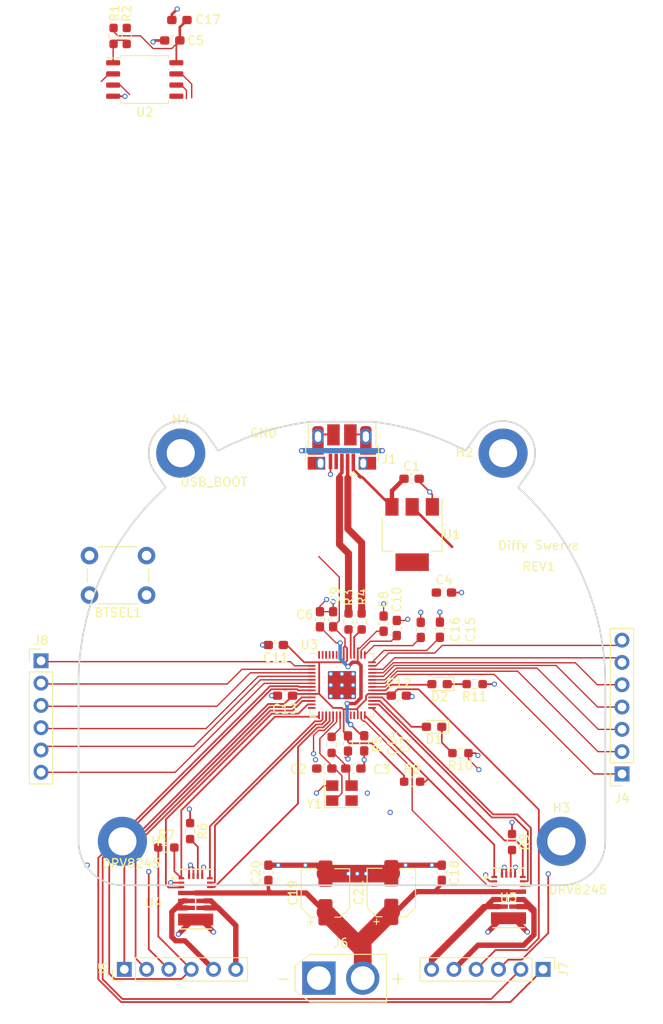
<source format=kicad_pcb>
(kicad_pcb (version 20241229) (generator "pcbnew") (generator_version "9.0")
  (title_block (title "RP2040 Minimal Design Example") (date "2024-01-16") (rev "REV2") (company "Raspberry Pi Ltd"))
  (layers (0 "F.Cu" signal) (2 "B.Cu" signal) (13 "F.Paste" user) (15 "B.Paste" user) (5 "F.SilkS" user "F.Silkscreen") (7 "B.SilkS" user "B.Silkscreen") (1 "F.Mask" user) (3 "B.Mask" user) (25 "Edge.Cuts" user))
  (net 0 "")
  (net 1 "GND")
  (net 2 "VBUS")
  (net 3 "/XIN")
  (net 4 "/XOUT")
  (net 5 "+3V3")
  (net 6 "+1V1")
  (net 8 "/~{USB_BOOT}")
  (net 9 "/GPIO15")
  (net 10 "/GPIO14")
  (net 11 "/GPIO13")
  (net 12 "/GPIO12")
  (net 13 "/GPIO11")
  (net 14 "/GPIO10")
  (net 15 "/GPIO9")
  (net 16 "/GPIO8")
  (net 17 "/GPIO7")
  (net 18 "/GPIO6")
  (net 19 "/GPIO5")
  (net 20 "/GPIO4")
  (net 21 "/GPIO3")
  (net 22 "/GPIO2")
  (net 23 "/GPIO1")
  (net 24 "/GPIO0")
  (net 25 "/GPIO29_ADC3")
  (net 26 "/GPIO28_ADC2")
  (net 27 "/GPIO27_ADC1")
  (net 28 "/GPIO26_ADC0")
  (net 29 "/GPIO25")
  (net 30 "/GPIO24")
  (net 31 "/GPIO23")
  (net 32 "/GPIO22")
  (net 33 "/GPIO21")
  (net 34 "/GPIO20")
  (net 35 "/GPIO19")
  (net 36 "/GPIO18")
  (net 37 "VM")
  (net 38 "/GPIO16")
  (net 39 "/SWD")
  (net 40 "/SWCLK")
  (net 41 "/QSPI_SS")
  (net 42 "Net-(U3-USB_DP)")
  (net 43 "Net-(U3-USB_DM)")
  (net 44 "/QSPI_SD3")
  (net 45 "/QSPI_SCLK")
  (net 46 "/QSPI_SD0")
  (net 47 "/QSPI_SD2")
  (net 48 "/QSPI_SD1")
  (net 49 "/USB_D+")
  (net 50 "/USB_D-")
  (net 51 "Net-(C3-Pad1)")
  (net 52 "Net-(D1-K)")
  (net 53 "Net-(D2-K)")
  (net 54 "Net-(J5-Pin_5)")
  (net 55 "Net-(J5-Pin_6)")
  (net 56 "Net-(J7-Pin_6)")
  (net 57 "Net-(J7-Pin_5)")
  (net 58 "Net-(U4-SR)")
  (net 59 "Net-(U5-SR)")
  (net 60 "/GPIO17")
  (footprint "Capacitor_SMD:C_0603_1608Metric_Pad1.08x0.95mm_HandSolder" (layer "F.Cu") (at 111.62 89.46)
    (property "Reference" "C4")
    (property "Value" "10u")
  )
  (footprint "RP2040_minimal:USB_Micro-B_Amphenol_10103594-0001LF_Horizontal_modified" (layer "F.Cu") (at 100 71.7 180)
    (property "Reference" "J1")
    (property "Value" "USB_B_Micro")
  )
  (footprint "Capacitor_SMD:C_0603_1608Metric_Pad1.08x0.95mm_HandSolder" (layer "F.Cu") (at 106.25 93.5 90)
    (property "Reference" "C10")
    (property "Value" "1u")
  )
  (footprint "Capacitor_SMD:C_0603_1608Metric_Pad1.08x0.95mm_HandSolder" (layer "F.Cu") (at 104.75 93 90)
    (property "Reference" "C8")
    (property "Value" "1u")
  )
  (footprint "Capacitor_SMD:C_0603_1608Metric_Pad1.08x0.95mm_HandSolder" (layer "F.Cu") (at 93.515 101.2 180)
    (property "Reference" "C13")
    (property "Value" "100n")
  )
  (footprint "Capacitor_SMD:C_0603_1608Metric_Pad1.08x0.95mm_HandSolder" (layer "F.Cu") (at 80.677463 26.58 180)
    (property "Reference" "C5")
    (property "Value" "100n")
  )
  (footprint "Resistor_SMD:R_0603_1608Metric_Pad0.98x0.95mm_HandSolder" (layer "F.Cu") (at 73.992463 26.065 -90)
    (property "Reference" "R2")
    (property "Value" "DNF")
  )
  (footprint "Package_TO_SOT_SMD:SOT-223-3_TabPin2" (layer "F.Cu") (at 108 82.85 -90)
    (property "Reference" "U1")
    (property "Value" "NCP1117-3.3_SOT223")
  )
  (footprint "Package_SO:SOIC-8_5.23x5.23mm_P1.27mm" (layer "F.Cu") (at 77.542463 31.025)
    (property "Reference" "U2")
    (property "Value" "W25Q128JVS")
  )
  (footprint "Resistor_SMD:R_0603_1608Metric_Pad0.98x0.95mm_HandSolder" (layer "F.Cu") (at 75.492463 26.065 90)
    (property "Reference" "R1")
    (property "Value" "1k")
  )
  (footprint "Capacitor_SMD:C_0603_1608Metric_Pad1.08x0.95mm_HandSolder" (layer "F.Cu") (at 99 92.5 90)
    (property "Reference" "C9")
    (property "Value" "100n")
  )
  (footprint "Capacitor_SMD:C_0603_1608Metric_Pad1.08x0.95mm_HandSolder" (layer "F.Cu") (at 106.485 101.2)
    (property "Reference" "C12")
    (property "Value" "100n")
  )
  (footprint "Capacitor_SMD:C_0603_1608Metric_Pad1.08x0.95mm_HandSolder" (layer "F.Cu") (at 100.69 106.65 -90)
    (property "Reference" "C14")
    (property "Value" "100n")
  )
  (footprint "Resistor_SMD:R_0603_1608Metric_Pad0.98x0.95mm_HandSolder" (layer "F.Cu") (at 100.75 92.75 -90)
    (property "Reference" "R3")
    (property "Value" "27")
  )
  (footprint "Capacitor_SMD:C_0603_1608Metric_Pad1.08x0.95mm_HandSolder" (layer "F.Cu") (at 102.54 106.63 -90)
    (property "Reference" "C7")
    (property "Value" "100n")
  )
  (footprint "Capacitor_SMD:C_0603_1608Metric_Pad1.08x0.95mm_HandSolder" (layer "F.Cu") (at 107.9375 76.5)
    (property "Reference" "C1")
    (property "Value" "10u")
  )
  (footprint "Capacitor_SMD:C_0603_1608Metric_Pad1.08x0.95mm_HandSolder" (layer "F.Cu") (at 92.47 95.43 180)
    (property "Reference" "C11")
    (property "Value" "100n")
  )
  (footprint "Capacitor_SMD:C_0603_1608Metric_Pad1.08x0.95mm_HandSolder" (layer "F.Cu") (at 108.98 93.71 90)
    (property "Reference" "C16")
    (property "Value" "100n")
  )
  (footprint "RP2040_minimal:RP2040-QFN-56" (layer "F.Cu") (at 100 100)
    (property "Reference" "U3")
    (property "Value" "RP2040")
  )
  (footprint "MountingHole:MountingHole_3.2mm_M3_DIN965_Pad_TopBottom" (layer "F.Cu") (at 118.354398 73.582304)
    (property "Reference" "H2")
    (property "Value" "MountingHole")
  )
  (footprint "Resistor_SMD:R_0603_1608Metric_Pad0.98x0.95mm_HandSolder" (layer "F.Cu") (at 102.25 92.75 -90)
    (property "Reference" "R4")
    (property "Value" "27")
  )
  (footprint "MountingHole:MountingHole_3.2mm_M3_DIN965_Pad_TopBottom" (layer "F.Cu") (at 124.999988 117.795134)
    (property "Reference" "H3")
    (property "Value" "MountingHole")
  )
  (footprint "Capacitor_SMD:C_0603_1608Metric_Pad1.08x0.95mm_HandSolder" (layer "F.Cu") (at 97.5 92.5 90)
    (property "Reference" "C6")
    (property "Value" "100n")
  )
  (footprint "Capacitor_SMD:C_0603_1608Metric_Pad1.08x0.95mm_HandSolder" (layer "F.Cu") (at 111.16 93.69 90)
    (property "Reference" "C15")
    (property "Value" "100n")
  )
  (footprint "MountingHole:MountingHole_3.2mm_M3_DIN965_Pad_TopBottom" (layer "F.Cu") (at 74.999988 117.795134)
    (property "Reference" "H1")
    (property "Value" "MountingHole")
  )
  (footprint "MountingHole:MountingHole_3.2mm_M3_DIN965_Pad_TopBottom" (layer "F.Cu") (at 81.645618 73.582274)
    (property "Reference" "H4")
    (property "Value" "MountingHole")
  )
  (footprint "Capacitor_SMD:C_0603_1608Metric_Pad1.08x0.95mm_HandSolder" (layer "F.Cu") (at 81.492463 24.25 180)
    (property "Reference" "C17")
    (property "Value" "10u")
  )
  (footprint "Capacitor_SMD:C_0603_1608Metric_Pad1.08x0.95mm_HandSolder" (layer "F.Cu") (at 111.375 121.375 -90)
    (property "Reference" "C18")
    (property "Value" "0.1u")
  )
  (footprint "Connector_PinHeader_2.54mm:PinHeader_1x06_P2.54mm_Vertical" (layer "F.Cu") (at 75.215 132.375 90)
    (property "Reference" "J5")
    (property "Value" "Conn_01x06_Pin")
  )
  (footprint "Button_Switch_THT:SW_PUSH_6mm" (layer "F.Cu") (at 77.75 89.75 180)
    (property "Reference" "BTSEL1")
    (property "Value" "SW_Push")
  )
  (footprint "Capacitor_SMD:C_0603_1608Metric_Pad1.08x0.95mm_HandSolder" (layer "F.Cu") (at 98 109.5 180)
    (property "Reference" "C2")
    (property "Value" "15p")
  )
  (footprint "LED_SMD:LED_0603_1608Metric_Pad1.05x0.95mm_HandSolder" (layer "F.Cu") (at 110.5 104.75 180)
    (property "Reference" "D1")
    (property "Value" "LED")
  )
  (footprint "Capacitor_SMD:CP_Elec_5x5.4" (layer "F.Cu") (at 98.125 123.675 90)
    (property "Reference" "C19")
    (property "Value" "10u")
  )
  (footprint "Resistor_SMD:R_0603_1608Metric_Pad0.98x0.95mm_HandSolder" (layer "F.Cu") (at 80 118.5)
    (property "Reference" "R7")
    (property "Value" "2k")
  )
  (footprint "Capacitor_SMD:C_0603_1608Metric_Pad1.08x0.95mm_HandSolder" (layer "F.Cu") (at 101.3 109.5)
    (property "Reference" "C3")
    (property "Value" "15p")
  )
  (footprint "Resistor_SMD:R_0603_1608Metric_Pad0.98x0.95mm_HandSolder" (layer "F.Cu") (at 119.375 117.875 -90)
    (property "Reference" "R9")
    (property "Value" "R")
  )
  (footprint "Crystal:Crystal_SMD_3225-4Pin_3.2x2.5mm" (layer "F.Cu") (at 100 112.3)
    (property "Reference" "Y1")
    (property "Value" "ABM8-272-T3")
  )
  (footprint "Capacitor_SMD:CP_Elec_5x5.4" (layer "F.Cu") (at 105.625 123.625 90)
    (property "Reference" "C21")
    (property "Value" "10u")
  )
  (footprint "Connector_PinHeader_2.54mm:PinHeader_1x06_P2.54mm_Vertical" (layer "F.Cu") (at 65.73 97.23)
    (property "Reference" "J8")
    (property "Value" "Conn_01x06")
  )
  (footprint "Resistor_SMD:R_0603_1608Metric_Pad0.98x0.95mm_HandSolder" (layer "F.Cu") (at 113.5 107.75 180)
    (property "Reference" "R10")
    (property "Value" "430")
  )
  (footprint "Capacitor_SMD:C_0603_1608Metric_Pad1.08x0.95mm_HandSolder" (layer "F.Cu") (at 91.625 121.375 -90)
    (property "Reference" "C20")
    (property "Value" "0.1u")
  )
  (footprint "Resistor_SMD:R_0603_1608Metric_Pad0.98x0.95mm_HandSolder" (layer "F.Cu") (at 82.7125 116.625 -90)
    (property "Reference" "R6")
    (property "Value" "R")
  )
  (footprint "Resistor_SMD:R_0603_1608Metric_Pad0.98x0.95mm_HandSolder" (layer "F.Cu") (at 115.12 99.89 180)
    (property "Reference" "R11")
    (property "Value" "430")
  )
  (footprint "Connector_PinHeader_2.54mm:PinHeader_1x06_P2.54mm_Vertical" (layer "F.Cu") (at 122.915 132.375 -90)
    (property "Reference" "J7")
    (property "Value" "Conn_01x06_Pin")
  )
  (footprint "Connector_AMASS:AMASS_XT30U-M_1x02_P5.0mm_Vertical" (layer "F.Cu") (at 97.375 133.375)
    (property "Reference" "J6")
    (property "Value" "Conn_01x02")
  )
  (footprint "Connector_PinSocket_2.54mm:PinSocket_1x07_P2.54mm_Vertical" (layer "F.Cu") (at 131.9 110.12 180)
    (property "Reference" "J4")
    (property "Value" "Conn_01x07")
  )
  (footprint "Resistor_SMD:R_0603_1608Metric_Pad0.98x0.95mm_HandSolder" (layer "F.Cu") (at 98.83 106.81 -90)
    (property "Reference" "R5")
    (property "Value" "1k")
  )
  (footprint "footprints:RXZ0016A-MFG" (layer "F.Cu") (at 118.975 124.225)
    (property "Reference" "U5")
    (property "Value" "DRV8245HQRXZRQ1" (hide yes))
  )
  (footprint "Resistor_SMD:R_0603_1608Metric_Pad0.98x0.95mm_HandSolder" (layer "F.Cu") (at 108 111)
    (property "Reference" "R8")
    (property "Value" "2k")
  )
  (footprint "LED_SMD:LED_0603_1608Metric_Pad1.05x0.95mm_HandSolder" (layer "F.Cu") (at 111.12 99.89 180)
    (property "Reference" "D2")
    (property "Value" "LED")
  )
  (footprint "footprints:RXZ0016A-MFG" (layer "F.Cu") (at 83.337499 124.374999)
    (property "Reference" "U4")
    (property "Value" "DRV8245HQRXZRQ1" (hide yes))
  )
  (gr_arc (start 120.069352 77.496693) (mid 127.405101 87.590227) (end 129.999988 99.795134) (stroke (width 0.2)) (layer "Edge.Cuts"))
  (gr_line (start 103.499988 70) (end 96.500012 70) (stroke (width 0.2)) (layer "Edge.Cuts"))
  (gr_line (start 121.344299 75.675866) (end 121.344306 75.675871) (stroke (width 0.2)) (layer "Edge.Cuts"))
  (gr_line (start 85.910434 73.309585) (end 84.618754 71.464876) (stroke (width 0.2)) (layer "Edge.Cuts"))
  (gr_arc (start 115.364497 71.488761) (mid 120.447909 70.592376) (end 121.344299 75.675866) (stroke (width 0.2)) (layer "Edge.Cuts"))
  (gr_arc (start 103.499988 70) (mid 108.949091 71.161002) (end 114.089542 73.309586) (stroke (width 0.2)) (layer "Edge.Cuts"))
  (gr_arc (start 129.999988 117.795134) (mid 128.535522 121.330668) (end 124.999988 122.795134) (stroke (width 0.2)) (layer "Edge.Cuts"))
  (gr_arc (start 69.999988 99.795134) (mid 72.594875 87.590227) (end 79.930623 77.496691) (stroke (width 0.2)) (layer "Edge.Cuts"))
  (gr_line (start 78.655636 75.675822) (end 79.930623 77.496691) (stroke (width 0.2)) (layer "Edge.Cuts"))
  (gr_line (start 120.069352 77.496693) (end 121.344306 75.675871) (stroke (width 0.2)) (layer "Edge.Cuts"))
  (gr_arc (start 78.655636 75.675822) (mid 79.551984 70.592359) (end 84.618754 71.464876) (stroke (width 0.2)) (layer "Edge.Cuts"))
  (gr_line (start 129.999988 117.795134) (end 129.999988 99.795134) (stroke (width 0.2)) (layer "Edge.Cuts"))
  (gr_arc (start 74.999988 122.795134) (mid 71.464454 121.330668) (end 69.999988 117.795134) (stroke (width 0.2)) (layer "Edge.Cuts"))
  (gr_arc (start 85.910434 73.309585) (mid 91.050885 71.161002) (end 96.500024 70) (stroke (width 0.2)) (layer "Edge.Cuts"))
  (gr_line (start 74.999988 122.795134) (end 124.999988 122.795134) (stroke (width 0.2)) (layer "Edge.Cuts"))
  (gr_line (start 69.999988 99.795134) (end 69.999988 117.795134) (stroke (width 0.2)) (layer "Edge.Cuts"))
  (gr_line (start 115.364497 71.488761) (end 114.089542 73.309584) (stroke (width 0.2)) (layer "Edge.Cuts"))
  (gr_text "Diffy Swerve" (at 122.41 84.09 0) (layer "F.SilkS") (effects (font (size 1 1))))
  (gr_text "REV1" (at 122.41 86.5 0) (layer "F.SilkS") (effects (font (size 1 1))))
  (gr_text "GND" (at 91.08 71.29 0) (layer "F.SilkS") (effects (font (size 1 1))))
  (gr_text "3V3" (at 81.585 74 0) (layer "F.SilkS") (effects (font (size 0.9 0.9) (thickness 0.1))))
  (gr_text "\nUSB_BOOT" (at 85.42 76.07 0) (layer "F.SilkS") (effects (font (size 1 1))))
  (segment (start 93.03 101.2) (end 92 101.2) (width 0.2) (layer "F.Cu") (net 1))
  (segment (start 102.54 109.1225) (end 102.1625 109.5) (width 0.2) (layer "F.Cu") (net 1))
  (segment (start 97.1 112.3) (end 97.95 111.45) (width 0.15) (layer "F.Cu") (net 1))
  (segment (start 117.835 132.375) (end 118.935 131.275) (width 0.2) (layer "F.Cu") (net 1))
  (segment (start 118.975 126.549999) (end 118.200001 126.549999) (width 0.6) (layer "F.Cu") (net 1))
  (segment (start 99 104.15022) (end 99 103.4375) (width 0.15) (layer "F.Cu") (net 1))
  (segment (start 83.087499 121.749998) (end 83.087499 120.837499) (width 0.2) (layer "F.Cu") (net 1))
  (segment (start 106.97 101.2) (end 107.075 101.305) (width 0.2) (layer "F.Cu") (net 1))
  (segment (start 118.224999 121.025001) (end 118.5 120.75) (width 0.2) (layer "F.Cu") (net 1))
  (segment (start 119.725001 121.599999) (end 119.725001 120.799999) (width 0.2) (layer "F.Cu") (net 1))
  (segment (start 101.75 121.475) (end 102.75 121.475) (width 2) (layer "F.Cu") (net 1))
  (segment (start 98.7 74.6) (end 98.7 76) (width 0.2) (layer "F.Cu") (net 1))
  (segment (start 78 130.08) (end 78 121.25) (width 0.2) (layer "F.Cu") (net 1))
  (segment (start 107.075 101.305) (end 108 101.305) (width 0.2) (layer "F.Cu") (net 1))
  (segment (start 118.935 131.275) (end 120.475 131.275) (width 0.2) (layer "F.Cu") (net 1))
  (segment (start 110.3 79.7) (end 110.3 78.3) (width 0.2) (layer "F.Cu") (net 1))
  (segment (start 102.46 71.45) (end 102.73 71.72) (width 0.2) (layer "F.Cu") (net 1))
  (segment (start 82.587498 120.662502) (end 82.75 120.5) (width 0.2) (layer "F.Cu") (net 1))
  (segment (start 116.376409 121.90141) (end 116.376409 121.623591) (width 0.2) (layer "F.Cu") (net 1))
  (segment (start 110.3 78.3) (end 110 78) (width 0.2) (layer "F.Cu") (net 1))
  (segment (start 100.75 121.475) (end 101.75 121.475) (width 2) (layer "F.Cu") (net 1))
  (segment (start 112.4825 89.46) (end 113.62 89.46) (width 0.2) (layer "F.Cu") (net 1))
  (segment (start 100.380994 108.25) (end 100.381 108.249994) (width 0.2) (layer "F.Cu") (net 1))
  (segment (start 120.475 131.275) (end 123.5 128.25) (width 0.2) (layer "F.Cu") (net 1))
  (segment (start 81.712498 122.499999) (end 80.500001 122.499999) (width 0.2) (layer "F.Cu") (net 1))
  (segment (start 96.77 105.729568) (end 97.349568 105.15) (width 0.15) (layer "F.Cu") (net 1))
  (segment (start 97.5 91.6375) (end 99 91.6375) (width 0.15) (layer "F.Cu") (net 1))
  (segment (start 95.84 120.5125) (end 97.1625 120.5125) (width 0.6) (layer "F.Cu") (net 1))
  (segment (start 80.500001 122.499999) (end 80.5 122.5) (width 0.2) (layer "F.Cu") (net 1))
  (segment (start 97.54 71.45) (end 97.27 71.72) (width 0.2) (layer "F.Cu") (net 1))
  (segment (start 108.875 76.875) (end 110 78) (width 0.2) (layer "F.Cu") (net 1))
  (segment (start 102.75 121.475) (end 105.575 121.475) (width 2) (layer "F.Cu") (net 1))
  (segment (start 123.5 128.25) (end 123.5 121.5) (width 0.2) (layer "F.Cu") (net 1))
  (segment (start 82.7125 114.2125) (end 82.625 114.125) (width 0.2) (layer "F.Cu") (net 1))
  (segment (start 73.942463 32.93) (end 75.272463 32.93) (width 0.2) (layer "F.Cu") (net 1))
  (segment (start 118.200001 126.549999) (end 116.625 128.125) (width 0.6) (layer "F.Cu") (net 1))
  (segment (start 105.575 121.475) (end 105.625 121.425) (width 2) (layer "F.Cu") (net 1))
  (segment (start 119.725001 120.799999) (end 119.775 120.75) (width 0.2) (layer "F.Cu") (net 1))
  (segment (start 83.087499 120.837499) (end 82.75 120.5) (width 0.2) (layer "F.Cu") (net 1))
  (segment (start 97.1625 120.5125) (end 98.125 121.475) (width 0.6) (layer "F.Cu") (net 1))
  (segment (start 118.975 126.549999) (end 119.549999 126.549999) (width 0.6) (layer "F.Cu") (net 1))
  (segment (start 119.375 116.9625) (end 119.375 115.625) (width 0.2) (layer "F.Cu") (net 1))
  (segment (start 102.54 107.23) (end 102.54 108.51) (width 0.2) (layer "F.Cu") (net 1))
  (segment (start 115.6 109.63) (end 114.4125 108.4425) (width 0.15) (layer "F.Cu") (net 1))
  (segment (start 99.04 71.45) (end 97.54 71.45) (width 0.2) (layer "F.Cu") (net 1))
  (segment (start 107.25 120.5125) (end 106.5375 120.5125) (width 0.6) (layer "F.Cu") (net 1))
  (segment (start 110.25 120.5125) (end 107.25 120.5125) (width 0.6) (layer "F.Cu") (net 1))
  (segment (start 82.587498 121.749998) (end 82.587498 120.662502) (width 0.2) (layer "F.Cu") (net 1))
  (segment (start 111.375 120.5125) (end 110.25 120.5125) (width 0.6) (layer "F.Cu") (net 1))
  (segment (start 84.0875 121.749998) (end 84.0875 120.9125) (width 0.2) (layer "F.Cu") (net 1))
  (segment (start 83.337499 126.699998) (end 83.949998 126.699998) (width 0.6) (layer "F.Cu") (net 1))
  (segment (start 98.125 121.475) (end 98.475 121.475) (width 0.6) (layer "F.Cu") (net 1))
  (segment (start 104.75 92.1375) (end 104.75 90.75) (width 0.15) (layer "F.Cu") (net 1))
  (segment (start 80.629963 24.25) (end 80.629963 23.6125) (width 0.3) (layer "F.Cu") (net 1))
  (segment (start 80.295 132.375) (end 78 130.08) (width 0.2) (layer "F.Cu") (net 1))
  (segment (start 102.54 108.51) (end 102.54 109.1225) (width 0.2) (layer "F.Cu") (net 1))
  (segment (start 100.69 108.414994) (end 100.69 107.135) (width 0.2) (layer "F.Cu") (net 1))
  (segment (start 97.95 111.45) (end 98.9 111.45) (width 0.15) (layer "F.Cu") (net 1))
  (segment (start 98.125 121.475) (end 100.75 121.475) (width 2) (layer "F.Cu") (net 1))
  (segment (start 118.725 121.599999) (end 118.725 120.975) (width 0.2) (layer "F.Cu") (net 1))
  (segment (start 83.337499 126.699998) (end 83.050002 126.699998) (width 0.6) (layer "F.Cu") (net 1))
  (segment (start 107.3625 92.6375) (end 107.5 92.5) (width 0.15) (layer "F.Cu") (net 1))
  (segment (start 114.4125 107.75) (end 115.222182 107.75) (width 0.2) (layer "F.Cu") (net 1))
  (segment (start 116.0325 99.89) (end 117.37 99.89) (width 0.2) (layer "F.Cu") (net 1))
  (segment (start 98.00022 105.15) (end 99 104.15022) (width 0.15) (layer "F.Cu") (net 1))
  (segment (start 108.98 92.8475) (end 108.98 91.71) (width 0.15) (layer "F.Cu") (net 1))
  (segment (start 117.349999 122.35) (end 116.824999 122.35) (width 0.2) (layer "F.Cu") (net 1))
  (segment (start 114.4125 108.4425) (end 114.4125 107.75) (width 0.15) (layer "F.Cu") (net 1))
  (segment (start 84.0875 120.9125) (end 84.25 120.75) (width 0.2) (layer "F.Cu") (net 1))
  (segment (start 106.5375 120.5125) (end 105.625 121.425) (width 0.6) (layer "F.Cu") (net 1))
  (segment (start 78.662463 26.58) (end 78.492463 26.75) (width 0.3) (layer "F.Cu") (net 1))
  (segment (start 92.75 120.5125) (end 95.84 120.5125) (width 0.6) (layer "F.Cu") (net 1))
  (segment (start 79.814963 26.58) (end 78.662463 26.58) (width 0.3) (layer "F.Cu") (net 1))
  (segment (start 75.272463 32.93) (end 75.292463 32.95) (width 0.2) (layer "F.Cu") (net 1))
  (segment (start 116.824999 122.35) (end 116.376409 121.90141) (width 0.2) (layer "F.Cu") (net 1))
  (segment (start 91.625 120.5125) (end 92.75 120.5125) (width 0.6) (layer "F.Cu") (net 1))
  (segment (start 83.949998 126.699998) (end 85.375 128.125) (width 0.6) (layer "F.Cu") (net 1))
  (segment (start 83.050002 126.699998) (end 81.375 128.375) (width 0.6) (layer "F.Cu") (net 1))
  (segment (start 118.224999 121.599999) (end 118.224999 121.025001) (width 0.2) (layer "F.Cu") (net 1))
  (segment (start 106.25 92.6375) (end 107.3625 92.6375) (width 0.15) (layer "F.Cu") (net 1))
  (segment (start 119.549999 126.549999) (end 121.125 128.125) (width 0.6) (layer "F.Cu") (net 1))
  (segment (start 115.222182 107.75) (end 115.486091 108.013909) (width 0.2) (layer "F.Cu") (net 1))
  (segment (start 99 91.6375) (end 99 90.5) (width 0.15) (layer "F.Cu") (net 1))
  (segment (start 118.725 120.975) (end 118.5 120.75) (width 0.2) (layer "F.Cu") (net 1))
  (segment (start 97.5 91.6375) (end 97.5 91) (width 0.15) (layer "F.Cu") (net 1))
  (segment (start 100.96 71.45) (end 102.46 71.45) (width 0.2) (layer "F.Cu") (net 1))
  (segment (start 82.7125 115.7125) (end 82.7125 114.2125) (width 0.2) (layer "F.Cu") (net 1))
  (segment (start 96.77 107.82489) (end 96.77 105.729568) (width 0.15) (layer "F.Cu") (net 1))
  (segment (start 111.16 92.8275) (end 111.16 91.69) (width 0.15) (layer "F.Cu") (net 1))
  (segment (start 97.5 91) (end 98.25 90.25) (width 0.15) (layer "F.Cu") (net 1))
  (segment (start 97.349568 105.15) (end 98.00022 105.15) (width 0.15) (layer "F.Cu") (net 1))
  (segment (start 108.875 76.5) (end 108.875 76.875) (width 0.2) (layer "F.Cu") (net 1))
  (segment (start 80.629963 23.6125) (end 81.242463 23) (width 0.3) (layer "F.Cu") (net 1))
  (segment (start 98.475 121.475) (end 98.525 121.425) (width 0.6) (layer "F.Cu") (net 1))
  (via (at 97.1 112.3) (size 0.6) (drill 0.35) (layers "F.Cu" "B.Cu") (net 1))
  (via (at 97 108.5) (size 0.6) (drill 0.35) (layers "F.Cu" "B.Cu") (net 1))
  (via (at 104.75 90.75) (size 0.6) (drill 0.35) (layers "F.Cu" "B.Cu") (net 1))
  (via (at 82.75 120.5) (size 0.6) (drill 0.35) (layers "F.Cu" "B.Cu") (net 1))
  (via (at 105.5 114.5) (size 0.6) (drill 0.35) (layers "F.Cu" "B.Cu") (net 1))
  (via (at 119.375 115.625) (size 0.6) (drill 0.35) (layers "F.Cu" "B.Cu") (net 1))
  (via (at 78.492463 26.75) (size 0.6) (drill 0.35) (layers "F.Cu" "B.Cu") (net 1))
  (via (at 81.242463 23) (size 0.6) (drill 0.35) (layers "F.Cu" "B.Cu") (net 1))
  (via (at 96.77 107.82489) (size 0.6) (drill 0.35) (layers "F.Cu" "B.Cu") (net 1))
  (via (at 116.625 128.125) (size 0.6) (drill 0.35) (layers "F.Cu" "B.Cu") (net 1))
  (via (at 100.75 121.475) (size 0.6) (drill 0.35) (layers "F.Cu" "B.Cu") (net 1))
  (via (at 111.16 91.69) (size 0.6) (drill 0.35) (layers "F.Cu" "B.Cu") (net 1))
  (via (at 116.376409 121.623591) (size 0.6) (drill 0.35) (layers "F.Cu" "B.Cu") (net 1))
  (via (at 101.75 121.475) (size 0.6) (drill 0.35) (layers "F.Cu" "B.Cu") (net 1))
  (via (at 90.955 95.43) (size 0.6) (drill 0.35) (layers "F.Cu" "B.Cu") (net 1))
  (via (at 92.75 120.5125) (size 0.6) (drill 0.35) (layers "F.Cu" "B.Cu") (net 1))
  (via (at 98.7 76) (size 0.6) (drill 0.35) (layers "F.Cu" "B.Cu") (net 1))
  (via (at 108 101.305) (size 0.6) (drill 0.35) (layers "F.Cu" "B.Cu") (net 1))
  (via (at 102.54 108.51) (size 0.6) (drill 0.35) (layers "F.Cu" "B.Cu") (net 1))
  (via (at 102.9 112.3) (size 0.6) (drill 0.35) (layers "F.Cu" "B.Cu") (net 1))
  (via (at 84.25 120.75) (size 0.6) (drill 0.35) (layers "F.Cu" "B.Cu") (net 1))
  (via (at 99 90.5) (size 0.6) (drill 0.35) (layers "F.Cu" "B.Cu") (net 1))
  (via (at 92 101.2) (size 0.6) (drill 0.35) (layers "F.Cu" "B.Cu") (net 1))
  (via (at 115.486091 108.013909) (size 0.6) (drill 0.35) (layers "F.Cu" "B.Cu") (net 1))
  (via (at 115.6 109.63) (size 0.6) (drill 0.35) (layers "F.Cu" "B.Cu") (net 1))
  (via (at 98.25 90.25) (size 0.6) (drill 0.35) (layers "F.Cu" "B.Cu") (net 1))
  (via (at 118.5 120.75) (size 0.6) (drill 0.35) (layers "F.Cu" "B.Cu") (net 1))
  (via (at 102.75 121.475) (size 0.6) (drill 0.35) (layers "F.Cu" "B.Cu") (net 1))
  (via (at 100.689994 108.415) (size 0.6) (drill 0.35) (layers "F.Cu" "B.Cu") (net 1))
  (via (at 110.25 120.5125) (size 0.6) (drill 0.35) (layers "F.Cu" "B.Cu") (net 1))
  (via (at 119.775 120.75) (size 0.6) (drill 0.35) (layers "F.Cu" "B.Cu") (net 1))
  (via (at 85.375 128.125) (size 0.6) (drill 0.35) (layers "F.Cu" "B.Cu") (net 1))
  (via (at 107.5 92.5) (size 0.6) (drill 0.35) (layers "F.Cu" "B.Cu") (net 1))
  (via (at 107.25 120.5125) (size 0.6) (drill 0.35) (layers "F.Cu" "B.Cu") (net 1))
  (via (at 117.37 99.89) (size 0.6) (drill 0.35) (layers "F.Cu" "B.Cu") (net 1))
  (via (at 123.5 121.5) (size 0.6) (drill 0.35) (layers "F.Cu" "B.Cu") (net 1))
  (via (at 71 120.5) (size 0.6) (drill 0.35) (layers "F.Cu" "B.Cu") (net 1))
  (via (at 75.292463 32.95) (size 0.6) (drill 0.35) (layers "F.Cu" "B.Cu") (net 1))
  (via (at 108.98 91.71) (size 0.6) (drill 0.35) (layers "F.Cu" "B.Cu") (net 1))
  (via (at 78 121.25) (size 0.6) (drill 0.35) (layers "F.Cu" "B.Cu") (net 1))
  (via (at 121.125 128.125) (size 0.6) (drill 0.35) (layers "F.Cu" "B.Cu") (net 1))
  (via (at 95.84 120.5125) (size 0.6) (drill 0.35) (layers "F.Cu" "B.Cu") (net 1))
  (via (at 113.62 89.46) (size 0.6) (drill 0.35) (layers "F.Cu" "B.Cu") (net 1))
  (via (at 81.375 128.375) (size 0.6) (drill 0.35) (layers "F.Cu" "B.Cu") (net 1))
  (via (at 80.5 122.5) (size 0.6) (drill 0.35) (layers "F.Cu" "B.Cu") (net 1))
  (via (at 82.625 114.125) (size 0.6) (drill 0.35) (layers "F.Cu" "B.Cu") (net 1))
  (via (at 110 78) (size 0.6) (drill 0.35) (layers "F.Cu" "B.Cu") (net 1))
  (segment (start 102.3 76.3) (end 102.1 76.3) (width 0.3) (layer "F.Cu") (net 2))
  (segment (start 105.7 79.7) (end 105.7 77.875) (width 0.5) (layer "F.Cu") (net 2))
  (segment (start 101.3 74.525) (end 101.3 75.5) (width 0.4) (layer "F.Cu") (net 2))
  (segment (start 105.7 77.875) (end 107.075 76.5) (width 0.5) (layer "F.Cu") (net 2))
  (segment (start 105.7 79.7) (end 102.3 76.3) (width 0.3) (layer "F.Cu") (net 2))
  (segment (start 101.3 75.5) (end 102.1 76.3) (width 0.4) (layer "F.Cu") (net 2))
  (segment (start 99.4 103.4375) (end 99.4 104.18) (width 0.15) (layer "F.Cu") (net 3))
  (segment (start 99.15 113.15) (end 98.9 113.15) (width 0.15) (layer "F.Cu") (net 3))
  (segment (start 99.4 104.18) (end 97.49 106.09) (width 0.15) (layer "F.Cu") (net 3))
  (segment (start 100 112.3) (end 99.15 113.15) (width 0.15) (layer "F.Cu") (net 3))
  (segment (start 97.49 107.81) (end 100 110.32) (width 0.15) (layer "F.Cu") (net 3))
  (segment (start 100 110.32) (end 100 112.3) (width 0.15) (layer "F.Cu") (net 3))
  (segment (start 97.49 106.09) (end 97.49 107.81) (width 0.15) (layer "F.Cu") (net 3))
  (segment (start 99.8 103.4375) (end 99.8 104.9275) (width 0.15) (layer "F.Cu") (net 4))
  (segment (start 99.8 104.9275) (end 98.83 105.8975) (width 0.15) (layer "F.Cu") (net 4))
  (segment (start 73.5 120.255025) (end 73.5 132.86) (width 0.2) (layer "F.Cu") (net 5))
  (segment (start 103.6625 95.5) (end 108.0525 95.5) (width 0.15) (layer "F.Cu") (net 5))
  (segment (start 96.5625 101) (end 94.2 101) (width 0.2) (layer "F.Cu") (net 5))
  (segment (start 100.2 102.8) (end 100 102.6) (width 0.2) (layer "F.Cu") (net 5))
  (segment (start 95.7 97.4) (end 96.5625 97.4) (width 0.2) (layer "F.Cu") (net 5))
  (segment (start 102.75 101.22435) (end 102.97435 101) (width 0.2) (layer "F.Cu") (net 5))
  (segment (start 94.2 101) (end 94 101.2) (width 0.2) (layer "F.Cu") (net 5))
  (segment (start 100.25 102.75) (end 101.65 102.75) (width 0.2) (layer "F.Cu") (net 5))
  (segment (start 100.2 97.4) (end 97.41 97.4) (width 0.2) (layer "F.Cu") (net 5))
  (segment (start 107.0875 111) (end 107.0875 110.3175) (width 0.2) (layer "F.Cu") (net 5))
  (segment (start 100.350001 94.712501) (end 100.350001 95.549999) (width 0.15) (layer "F.Cu") (net 5))
  (segment (start 100.2 95.7) (end 100.2 96.5625) (width 0.2) (layer "F.Cu") (net 5))
  (segment (start 93.3325 95.43) (end 93.73 95.43) (width 0.2) (layer "F.Cu") (net 5))
  (segment (start 100.2 102.8) (end 100.25 102.75) (width 0.2) (layer "F.Cu") (net 5))
  (segment (start 73.5 132.86) (end 74.115 133.475) (width 0.2) (layer "F.Cu") (net 5))
  (segment (start 115.295 132.375) (end 117.495 130.175) (width 0.2) (layer "F.Cu") (net 5))
  (segment (start 100.6 95.799998) (end 100.350001 95.549999) (width 0.2) (layer "F.Cu") (net 5))
  (segment (start 80.619963 27.5) (end 81.539963 26.58) (width 0.15) (layer "F.Cu") (net 5))
  (segment (start 100.6 97.2) (end 100.4 97.4) (width 0.2) (layer "F.Cu") (net 5))
  (segment (start 103.4375 101) (end 105.8 101) (width 0.2) (layer "F.Cu") (net 5))
  (segment (start 102.97435 101) (end 103.4375 101) (width 0.2) (layer "F.Cu") (net 5))
  (segment (start 122.425 128.825) (end 122.425 114.175) (width 0.2) (layer "F.Cu") (net 5))
  (segment (start 106.3475 100.475) (end 105.6225 101.2) (width 0.2) (layer "F.Cu") (net 5))
  (segment (start 99.01 102.6) (end 97.41 101) (width 0.2) (layer "F.Cu") (net 5))
  (segment (start 103.4375 97.4) (end 104.7875 96.05) (width 0.15) (layer "F.Cu") (net 5))
  (segment (start 73.992463 25.555) (end 74.487463 26.05) (width 0.15) (layer "F.Cu") (net 5))
  (segment (start 106.25 94.3625) (end 105.6125 95) (width 0.15) (layer "F.Cu") (net 5))
  (segment (start 105.8 101) (end 106 101.2) (width 0.2) (layer "F.Cu") (net 5))
  (segment (start 77.05 26.05) (end 78.5 27.5) (width 0.15) (layer "F.Cu") (net 5))
  (segment (start 107.0875 110.3175) (end 103.4 106.63) (width 0.2) (layer "F.Cu") (net 5))
  (segment (start 99.7 92.6625) (end 99.7 87.7) (width 0.15) (layer "F.Cu") (net 5))
  (segment (start 104.7875 96.05) (end 109.6625 96.05) (width 0.15) (layer "F.Cu") (net 5))
  (segment (start 99.7 87.7) (end 97.37 85.37) (width 0.15) (layer "F.Cu") (net 5))
  (segment (start 108.0525 95.5) (end 108.98 94.5725) (width 0.15) (layer "F.Cu") (net 5))
  (segment (start 100.2 105.2975) (end 100.69 105.7875) (width 0.2) (layer "F.Cu") (net 5))
  (segment (start 81.539963 25.065) (end 82.354963 24.25) (width 0.3) (layer "F.Cu") (net 5))
  (segment (start 100.69 106.469) (end 100.69 105.7875) (width 0.2) (layer "F.Cu") (net 5))
  (segment (start 103.25 95) (end 102.2 96.05) (width 0.15) (layer "F.Cu") (net 5))
  (segment (start 100.851 106.63) (end 100.69 106.469) (width 0.2) (layer "F.Cu") (net 5))
  (segment (start 122.425 114.175) (end 108.725 100.475) (width 0.2) (layer "F.Cu") (net 5))
  (segment (start 91.605025 102.15) (end 73.5 120.255025) (width 0.2) (layer "F.Cu") (net 5))
  (segment (start 100.6 96.5625) (end 100.6 97.2) (width 0.2) (layer "F.Cu") (net 5))
  (segment (start 102.2 96.05) (end 102.2 96.5625) (width 0.15) (layer "F.Cu") (net 5))
  (segment (start 100.2 103.4375) (end 100.2 105.2975) (width 0.2) (layer "F.Cu") (net 5))
  (segment (start 100.6 96.5625) (end 100.6 95.799998) (width 0.2) (layer "F.Cu") (net 5))
  (segment (start 101.8 103.4375) (end 101.8 102.6) (width 0.15) (layer "F.Cu") (net 5))
  (segment (start 93.4275 102.15) (end 91.605025 102.15) (width 0.2) (layer "F.Cu") (net 5))
  (segment (start 121.075 130.175) (end 122.425 128.825) (width 0.2) (layer "F.Cu") (net 5))
  (segment (start 100.2 96.5625) (end 100.2 97.4) (width 0.2) (layer "F.Cu") (net 5))
  (segment (start 81.539963 26.58) (end 81.539963 25.065) (width 0.3) (layer "F.Cu") (net 5))
  (segment (start 74.487463 26.05) (end 77.05 26.05) (width 0.15) (layer "F.Cu") (net 5))
  (segment (start 105.6125 95) (end 103.25 95) (width 0.15) (layer "F.Cu") (net 5))
  (segment (start 102.75 101.65) (end 102.75 101.22435) (width 0.2) (layer "F.Cu") (net 5))
  (segment (start 100 102.6) (end 99.01 102.6) (width 0.2) (layer "F.Cu") (net 5))
  (segment (start 108.725 100.475) (end 106.3475 100.475) (width 0.2) (layer "F.Cu") (net 5))
  (segment (start 100.350001 95.549999) (end 100.2 95.7) (width 0.2) (layer "F.Cu") (net 5))
  (segment (start 99 93.3625) (end 100.350001 94.712501) (width 0.15) (layer "F.Cu") (net 5))
  (segment (start 97.41 97.4) (end 96.5625 97.4) (width 0.2) (layer "F.Cu") (net 5))
  (segment (start 99 93.3625) (end 99.7 92.6625) (width 0.15) (layer "F.Cu") (net 5))
  (segment (start 81.735 133.475) (end 82.835 132.375) (width 0.2) (layer "F.Cu") (net 5))
  (segment (start 101.65 102.75) (end 101.95 102.45) (width 0.2) (layer "F.Cu") (net 5))
  (segment (start 74.115 133.475) (end 81.735 133.475) (width 0.2) (layer "F.Cu") (net 5))
  (segment (start 101.8 102.6) (end 101.95 102.45) (width 0.15) (layer "F.Cu") (net 5))
  (segment (start 108 79.7) (end 112.55 84.25) (width 0.3) (layer "F.Cu") (net 5))
  (segment (start 96.5625 101) (end 97.41 101) (width 0.2) (layer "F.Cu") (net 5))
  (segment (start 79.0875 118.5) (end 79.0875 128.6275) (width 0.2) (layer "F.Cu") (net 5))
  (segment (start 100.2 97.4) (end 100.2 97) (width 0.2) (layer "F.Cu") (net 5))
  (segment (start 93.73 95.43) (end 95.7 97.4) (width 0.2) (layer "F.Cu") (net 5))
  (segment (start 97.41 101) (end 97.41 97.4) (width 0.2) (layer "F.Cu") (net 5))
  (segment (start 81.862463 29.12) (end 81.142463 29.12) (width 0.15) (layer "F.Cu") (net 5))
  (segment (start 117.495 130.175) (end 121.075 130.175) (width 0.2) (layer "F.Cu") (net 5))
  (segment (start 103.4 106.63) (end 100.851 106.63) (width 0.2) (layer "F.Cu") (net 5))
  (segment (start 94.3775 101.2) (end 93.4275 102.15) (width 0.2) (layer "F.Cu") (net 5))
  (segment (start 81.142463 29.12) (end 81.142463 26.6) (width 0.2) (layer "F.Cu") (net 5))
  (segment (start 100.2 103.4375) (end 100.2 102.8) (width 0.2) (layer "F.Cu") (net 5))
  (segment (start 78.5 27.5) (end 80.619963 27.5) (width 0.15) (layer "F.Cu") (net 5))
  (segment (start 109.6625 96.05) (end 111.16 94.5525) (width 0.15) (layer "F.Cu") (net 5))
  (segment (start 81.142463 26.6) (end 81.162463 26.58) (width 0.2) (layer "F.Cu") (net 5))
  (segment (start 79.0875 128.6275) (end 82.835 132.375) (width 0.2) (layer "F.Cu") (net 5))
  (segment (start 101.95 102.45) (end 102.75 101.65) (width 0.2) (layer "F.Cu") (net 5))
  (segment (start 102.6 96.5625) (end 103.6625 95.5) (width 0.15) (layer "F.Cu") (net 5))
  (via (at 104.6 73.3) (size 0.6) (drill 0.35) (layers "F.Cu" "B.Cu") (net 5))
  (via (at 95.4 73.3) (size 0.6) (drill 0.35) (layers "F.Cu" "B.Cu") (net 5))
  (segment (start 104.6 73.3) (end 95.4 73.3) (width 0.6) (layer "B.Cu") (net 5))
  (segment (start 99.8 96.5625) (end 99.8 95.199994) (width 0.2) (layer "F.Cu") (net 6))
  (segment (start 100.6 104.1) (end 100.6 103.4375) (width 0.2) (layer "F.Cu") (net 6))
  (segment (start 104.75 93.8625) (end 103.963236 93.8625) (width 0.15) (layer "F.Cu") (net 6))
  (segment (start 103.963236 93.8625) (end 102.025736 95.8) (width 0.15) (layer "F.Cu") (net 6))
  (segment (start 102.17 97.77) (end 101.8 97.4) (width 0.4) (layer "F.Cu") (net 6))
  (segment (start 101 104.5) (end 102.2675 105.7675) (width 0.2) (layer "F.Cu") (net 6))
  (segment (start 101.514612 102.1) (end 102.17 101.444612) (width 0.4) (layer "F.Cu") (net 6))
  (segment (start 102.2675 105.7675) (end 102.54 105.7675) (width 0.2) (layer "F.Cu") (net 6))
  (segment (start 99.337494 95.199994) (end 99.8 95.199994) (width 0.15) (layer "F.Cu") (net 6))
  (segment (start 100.59997 102.1) (end 101.514612 102.1) (width 0.4) (layer "F.Cu") (net 6))
  (segment (start 101.8 96.5625) (end 101.8 95.8) (width 0.2) (layer "F.Cu") (net 6))
  (segment (start 102.025736 95.8) (end 101.8 95.8) (width 0.15) (layer "F.Cu") (net 6))
  (segment (start 100.7 97.9) (end 101.2 97.4) (width 0.4) (layer "F.Cu") (net 6))
  (segment (start 101.8 96.5625) (end 101.8 97.4) (width 0.2) (layer "F.Cu") (net 6))
  (segment (start 102.17 101.444612) (end 102.17 97.77) (width 0.4) (layer "F.Cu") (net 6))
  (segment (start 101 104.5) (end 100.6 104.1) (width 0.2) (layer "F.Cu") (net 6))
  (segment (start 97.5 93.3625) (end 99.337494 95.199994) (width 0.15) (layer "F.Cu") (net 6))
  (segment (start 101.2 97.4) (end 101.8 97.4) (width 0.4) (layer "F.Cu") (net 6))
  (via (at 99.8 95.199994) (size 0.6) (drill 0.35) (layers "F.Cu" "B.Cu") (net 6))
  (via (at 100.7 97.9) (size 0.6) (drill 0.35) (layers "F.Cu" "B.Cu") (net 6))
  (via (at 101 104.5) (size 0.6) (drill 0.35) (layers "F.Cu" "B.Cu") (net 6))
  (via (at 100.59997 102.1) (size 0.6) (drill 0.35) (layers "F.Cu" "B.Cu") (net 6))
  (segment (start 100.59 102.10997) (end 100.59997 102.1) (width 0.4) (layer "B.Cu") (net 6))
  (segment (start 100.59 104.09) (end 100.59 102.10997) (width 0.4) (layer "B.Cu") (net 6))
  (segment (start 101 104.5) (end 100.59 104.09) (width 0.4) (layer "B.Cu") (net 6))
  (segment (start 99.8 97.01) (end 100.69 97.9) (width 0.4) (layer "B.Cu") (net 6))
  (segment (start 99.8 95.199994) (end 99.8 97.01) (width 0.4) (layer "B.Cu") (net 6))
  (segment (start 100.69 97.9) (end 100.7 97.9) (width 0.4) (layer "B.Cu") (net 6))
  (segment (start 97.8656 104.825) (end 98.6 104.0906) (width 0.2) (layer "F.Cu") (net 9))
  (segment (start 84.9625 122.999998) (end 85.4875 122.999998) (width 0.2) (layer "F.Cu") (net 9))
  (segment (start 95 113.487498) (end 95 107.039948) (width 0.2) (layer "F.Cu") (net 9))
  (segment (start 85.4875 122.999998) (end 95 113.487498) (width 0.2) (layer "F.Cu") (net 9))
  (segment (start 97.214948 104.825) (end 97.8656 104.825) (width 0.2) (layer "F.Cu") (net 9))
  (segment (start 98.6 104.0906) (end 98.6 103.4375) (width 0.2) (layer "F.Cu") (net 9))
  (segment (start 95 107.039948) (end 97.214948 104.825) (width 0.2) (layer "F.Cu") (net 9))
  (segment (start 97.720625 104.475) (end 97.069974 104.475) (width 0.2) (layer "F.Cu") (net 10))
  (segment (start 98.2 103.4375) (end 98.2 103.995625) (width 0.2) (layer "F.Cu") (net 10))
  (segment (start 85.5375 116.007474) (end 85.5375 122.449999) (width 0.2) (layer "F.Cu") (net 10))
  (segment (start 85.4875 122.499999) (end 84.9625 122.499999) (width 0.2) (layer "F.Cu") (net 10))
  (segment (start 98.2 103.995625) (end 97.720625 104.475) (width 0.2) (layer "F.Cu") (net 10))
  (segment (start 97.069974 104.475) (end 85.5375 116.007474) (width 0.2) (layer "F.Cu") (net 10))
  (segment (start 85.5375 122.449999) (end 85.4875 122.499999) (width 0.2) (layer "F.Cu") (net 10))
  (segment (start 97.8 103.4375) (end 97.8 103.90065) (width 0.2) (layer "F.Cu") (net 11))
  (segment (start 96.925 104.125) (end 84.9625 116.0875) (width 0.2) (layer "F.Cu") (net 11))
  (segment (start 84.9625 116.0875) (end 84.9625 122) (width 0.2) (layer "F.Cu") (net 11))
  (segment (start 97.57565 104.125) (end 96.925 104.125) (width 0.2) (layer "F.Cu") (net 11))
  (segment (start 97.8 103.90065) (end 97.57565 104.125) (width 0.2) (layer "F.Cu") (net 11))
  (segment (start 80.9125 118.5) (end 80.9125 121.200002) (width 0.2) (layer "F.Cu") (net 12))
  (segment (start 81.712498 114.259684) (end 92.372182 103.6) (width 0.2) (layer "F.Cu") (net 12))
  (segment (start 97.2375 103.6) (end 97.4 103.4375) (width 0.2) (layer "F.Cu") (net 12))
  (segment (start 81.712498 122) (end 81.712498 114.259684) (width 0.2) (layer "F.Cu") (net 12))
  (segment (start 92.372182 103.6) (end 97.2375 103.6) (width 0.2) (layer "F.Cu") (net 12))
  (segment (start 80.9125 121.200002) (end 81.712498 122) (width 0.2) (layer "F.Cu") (net 12))
  (segment (start 81.712498 122.999998) (end 81.662496 123.05) (width 0.2) (layer "F.Cu") (net 14))
  (segment (start 95.04935 103.25) (end 96.09935 102.2) (width 0.2) (layer "F.Cu") (net 14))
  (segment (start 80.272182 123.05) (end 79.95 122.727818) (width 0.2) (layer "F.Cu") (net 14))
  (segment (start 79.95 122.727818) (end 79.95 115.3) (width 0.2) (layer "F.Cu") (net 14))
  (segment (start 81.662496 123.05) (end 80.272182 123.05) (width 0.2) (layer "F.Cu") (net 14))
  (segment (start 92 103.25) (end 95.04935 103.25) (width 0.2) (layer "F.Cu") (net 14))
  (segment (start 79.95 115.3) (end 92 103.25) (width 0.2) (layer "F.Cu") (net 14))
  (segment (start 96.09935 102.2) (end 96.5625 102.2) (width 0.2) (layer "F.Cu") (net 14))
  (segment (start 91.85 102.9) (end 94.405984 102.9) (width 0.2) (layer "F.Cu") (net 15))
  (segment (start 76.5 131.12) (end 76.5 118.25) (width 0.2) (layer "F.Cu") (net 15))
  (segment (start 95.505984 101.8) (end 96.5625 101.8) (width 0.2) (layer "F.Cu") (net 15))
  (segment (start 94.405984 102.9) (end 95.505984 101.8) (width 0.2) (layer "F.Cu") (net 15))
  (segment (start 76.5 118.25) (end 91.85 102.9) (width 0.2) (layer "F.Cu") (net 15))
  (segment (start 77.755 132.375) (end 76.5 131.12) (width 0.2) (layer "F.Cu") (net 15))
  (segment (start 91.75 102.5) (end 75.215 119.035) (width 0.2) (layer "F.Cu") (net 16))
  (segment (start 95.41101 101.4) (end 94.31101 102.5) (width 0.2) (layer "F.Cu") (net 16))
  (segment (start 96.5625 101.4) (end 95.41101 101.4) (width 0.2) (layer "F.Cu") (net 16))
  (segment (start 94.31101 102.5) (end 91.75 102.5) (width 0.2) (layer "F.Cu") (net 16))
  (segment (start 75.215 119.035) (end 75.215 132.375) (width 0.2) (layer "F.Cu") (net 16))
  (segment (start 117 135.75) (end 120.375 132.375) (width 0.2) (layer "F.Cu") (net 17))
  (segment (start 72.75 133.5) (end 75 135.75) (width 0.2) (layer "F.Cu") (net 17))
  (segment (start 95.01101 100.6) (end 94.88601 100.475) (width 0.2) (layer "F.Cu") (net 17))
  (segment (start 75 135.75) (end 117 135.75) (width 0.2) (layer "F.Cu") (net 17))
  (segment (start 91.947182 100.475) (end 72.75 119.672182) (width 0.2) (layer "F.Cu") (net 17))
  (segment (start 94.88601 100.475) (end 91.947182 100.475) (width 0.2) (layer "F.Cu") (net 17))
  (segment (start 96.5625 100.6) (end 95.01101 100.6) (width 0.2) (layer "F.Cu") (net 17))
  (segment (start 72.75 119.672182) (end 72.75 133.5) (width 0.2) (layer "F.Cu") (net 17))
  (segment (start 91.802207 100.125) (end 95.030985 100.125) (width 0.2) (layer "F.Cu") (net 18))
  (segment (start 122.915 132.375) (end 119.19 136.1) (width 0.2) (layer "F.Cu") (net 18))
  (segment (start 74.85 136.1) (end 72.25 133.5) (width 0.2) (layer "F.Cu") (net 18))
  (segment (start 72.25 119.677207) (end 91.802207 100.125) (width 0.2) (layer "F.Cu") (net 18))
  (segment (start 95.105985 100.2) (end 96.5625 100.2) (width 0.2) (layer "F.Cu") (net 18))
  (segment (start 95.030985 100.125) (end 95.105985 100.2) (width 0.2) (layer "F.Cu") (net 18))
  (segment (start 72.25 133.5) (end 72.25 119.677207) (width 0.2) (layer "F.Cu") (net 18))
  (segment (start 119.19 136.1) (end 74.85 136.1) (width 0.2) (layer "F.Cu") (net 18))
  (segment (start 81.01 109.93) (end 65.73 109.93) (width 0.15) (layer "F.Cu") (net 19))
  (segment (start 96.5625 99.8) (end 91.14 99.8) (width 0.15) (layer "F.Cu") (net 19))
  (segment (start 91.14 99.8) (end 81.01 109.93) (width 0.15) (layer "F.Cu") (net 19))
  (segment (start 66.435 106.975) (end 65.92 107.49) (width 0.15) (layer "F.Cu") (net 20))
  (segment (start 90.72 99.4) (end 83.145 106.975) (width 0.15) (layer "F.Cu") (net 20))
  (segment (start 83.145 106.975) (end 66.435 106.975) (width 0.15) (layer "F.Cu") (net 20))
  (segment (start 96.5625 99.4) (end 90.72 99.4) (width 0.15) (layer "F.Cu") (net 20))
  (segment (start 84.52 104.95) (end 65.92 104.95) (width 0.15) (layer "F.Cu") (net 21))
  (segment (start 90.47 99) (end 84.52 104.95) (width 0.15) (layer "F.Cu") (net 21))
  (segment (start 96.5625 99) (end 90.47 99) (width 0.15) (layer "F.Cu") (net 21))
  (segment (start 85.76 102.41) (end 65.92 102.41) (width 0.15) (layer "F.Cu") (net 22))
  (segment (start 89.57 98.6) (end 85.76 102.41) (width 0.15) (layer "F.Cu") (net 22))
  (segment (start 96.5625 98.6) (end 89.57 98.6) (width 0.15) (layer "F.Cu") (net 22))
  (segment (start 96.5625 98.2) (end 88.62 98.2) (width 0.15) (layer "F.Cu") (net 23))
  (segment (start 86.95 99.87) (end 65.92 99.87) (width 0.15) (layer "F.Cu") (net 23))
  (segment (start 88.62 98.2) (end 86.95 99.87) (width 0.15) (layer "F.Cu") (net 23))
  (segment (start 94.6 97.8) (end 94.13 97.33) (width 0.15) (layer "F.Cu") (net 24))
  (segment (start 96.5625 97.8) (end 94.6 97.8) (width 0.15) (layer "F.Cu") (net 24))
  (segment (start 94.13 97.33) (end 65.92 97.33) (width 0.15) (layer "F.Cu") (net 24))
  (segment (start 110.560656 96.35) (end 111.430656 95.48) (width 0.15) (layer "F.Cu") (net 25))
  (segment (start 103.875 97.8) (end 105.325 96.35) (width 0.15) (layer "F.Cu") (net 25))
  (segment (start 111.430656 95.48) (end 131.3 95.48) (width 0.15) (layer "F.Cu") (net 25))
  (segment (start 131.3 95.48) (end 131.9 94.88) (width 0.15) (layer "F.Cu") (net 25))
  (segment (start 103.4375 97.8) (end 103.875 97.8) (width 0.15) (layer "F.Cu") (net 25))
  (segment (start 105.325 96.35) (end 110.560656 96.35) (width 0.15) (layer "F.Cu") (net 25))
  (segment (start 105.991472 96.89) (end 131.37 96.89) (width 0.15) (layer "F.Cu") (net 26))
  (segment (start 103.4375 98.2) (end 104.681472 98.2) (width 0.15) (layer "F.Cu") (net 26))
  (segment (start 131.37 96.89) (end 131.9 97.42) (width 0.15) (layer "F.Cu") (net 26))
  (segment (start 104.681472 98.2) (end 105.991472 96.89) (width 0.15) (layer "F.Cu") (net 26))
  (segment (start 103.4375 98.6) (end 104.705736 98.6) (width 0.15) (layer "F.Cu") (net 27))
  (segment (start 104.705736 98.6) (end 105.845736 97.46) (width 0.15) (layer "F.Cu") (net 27))
  (segment (start 105.845736 97.46) (end 126.59 97.46) (width 0.15) (layer "F.Cu") (net 27))
  (segment (start 129.09 99.96) (end 131.9 99.96) (width 0.15) (layer "F.Cu") (net 27))
  (segment (start 126.59 97.46) (end 129.09 99.96) (width 0.15) (layer "F.Cu") (net 27))
  (segment (start 104.73 99) (end 105.97 97.76) (width 0.15) (layer "F.Cu") (net 28))
  (segment (start 103.4375 99) (end 104.73 99) (width 0.15) (layer "F.Cu") (net 28))
  (segment (start 129.13 102.5) (end 131.9 102.5) (width 0.15) (layer "F.Cu") (net 28))
  (segment (start 124.39 97.76) (end 129.13 102.5) (width 0.15) (layer "F.Cu") (net 28))
  (segment (start 105.97 97.76) (end 124.39 97.76) (width 0.15) (layer "F.Cu") (net 28))
  (segment (start 103.4375 99.4) (end 104.880842 99.4) (width 0.15) (layer "F.Cu") (net 29))
  (segment (start 104.880842 99.4) (end 106.220842 98.06) (width 0.15) (layer "F.Cu") (net 29))
  (segment (start 106.220842 98.06) (end 122.22 98.06) (width 0.15) (layer "F.Cu") (net 29))
  (segment (start 122.22 98.06) (end 129.2 105.04) (width 0.15) (layer "F.Cu") (net 29))
  (segment (start 129.2 105.04) (end 131.9 105.04) (width 0.15) (layer "F.Cu") (net 29))
  (segment (start 106.285106 98.42) (end 120.01 98.42) (width 0.15) (layer "F.Cu") (net 30))
  (segment (start 129.17 107.58) (end 131.9 107.58) (width 0.15) (layer "F.Cu") (net 30))
  (segment (start 104.905106 99.8) (end 106.285106 98.42) (width 0.15) (layer "F.Cu") (net 30))
  (segment (start 120.01 98.42) (end 129.17 107.58) (width 0.15) (layer "F.Cu") (net 30))
  (segment (start 103.4375 99.8) (end 104.905106 99.8) (width 0.15) (layer "F.Cu") (net 30))
  (segment (start 103.4375 100.2) (end 104.92937 100.2) (width 0.15) (layer "F.Cu") (net 31))
  (segment (start 106.34937 98.78) (end 117.34 98.78) (width 0.15) (layer "F.Cu") (net 31))
  (segment (start 117.34 98.78) (end 128.68 110.12) (width 0.15) (layer "F.Cu") (net 31))
  (segment (start 128.68 110.12) (end 131.9 110.12) (width 0.15) (layer "F.Cu") (net 31))
  (segment (start 104.92937 100.2) (end 106.34937 98.78) (width 0.15) (layer "F.Cu") (net 31))
  (segment (start 103.4375 100.6) (end 104.98899 100.6) (width 0.2) (layer "F.Cu") (net 32))
  (segment (start 105.62899 99.96) (end 110.175 99.96) (width 0.2) (layer "F.Cu") (net 32))
  (segment (start 104.98899 100.6) (end 105.62899 99.96) (width 0.2) (layer "F.Cu") (net 32))
  (segment (start 110.175 99.96) (end 110.245 99.89) (width 0.2) (layer "F.Cu") (net 32))
  (segment (start 107.93899 104.75) (end 109.625 104.75) (width 0.2) (layer "F.Cu") (net 33))
  (segment (start 104.58899 101.4) (end 107.93899 104.75) (width 0.2) (layer "F.Cu") (net 33))
  (segment (start 103.4375 101.4) (end 104.58899 101.4) (width 0.2) (layer "F.Cu") (net 33))
  (segment (start 117.225 114.725) (end 119.975 114.725) (width 0.2) (layer "F.Cu") (net 34))
  (segment (start 121.525001 116.275001) (end 121.525001 122.724999) (width 0.2) (layer "F.Cu") (net 34))
  (segment (start 104.3 101.8) (end 117.225 114.725) (width 0.2) (layer "F.Cu") (net 34))
  (segment (start 103.4375 101.8) (end 104.3 101.8) (width 0.2) (layer "F.Cu") (net 34))
  (segment (start 121.400001 122.849999) (end 120.600001 122.849999) (width 0.2) (layer "F.Cu") (net 34))
  (segment (start 121.525001 122.724999) (end 121.400001 122.849999) (width 0.2) (layer "F.Cu") (net 34))
  (segment (start 119.975 114.725) (end 121.525001 116.275001) (width 0.2) (layer "F.Cu") (net 34))
  (segment (start 117.075 115.075) (end 104.2 102.2) (width 0.2) (layer "F.Cu") (net 35))
  (segment (start 121.125001 122.35) (end 121.175001 122.3) (width 0.2) (layer "F.Cu") (net 35))
  (segment (start 121.175001 122.3) (end 121.175001 116.647183) (width 0.2) (layer "F.Cu") (net 35))
  (segment (start 104.2 102.2) (end 103.4375 102.2) (width 0.2) (layer "F.Cu") (net 35))
  (segment (start 119.602818 115.075) (end 117.075 115.075) (width 0.2) (layer "F.Cu") (net 35))
  (segment (start 121.175001 116.647183) (end 119.602818 115.075) (width 0.2) (layer "F.Cu") (net 35))
  (segment (start 120.600001 122.35) (end 121.125001 122.35) (width 0.2) (layer "F.Cu") (net 35))
  (segment (start 118.5375 117.7) (end 103.4375 102.6) (width 0.2) (layer "F.Cu") (net 36))
  (segment (start 119.82101 117.7) (end 118.5375 117.7) (width 0.2) (layer "F.Cu") (net 36))
  (segment (start 120.600001 118.478991) (end 119.82101 117.7) (width 0.2) (layer "F.Cu") (net 36))
  (segment (start 120.600001 121.850001) (end 120.600001 118.478991) (width 0.2) (layer "F.Cu") (net 36))
  (segment (start 111.375 122.2375) (end 111.375 122.649999) (width 0.4) (layer "F.Cu") (net 37))
  (segment (start 108.475001 123.524999) (end 110.5 123.524999) (width 0.6) (layer "F.Cu") (net 37))
  (segment (start 102.375 133.375) (end 102.375 129.075) (width 2) (layer "F.Cu") (net 37))
  (segment (start 110.5 123.524999) (end 118.975 123.524999) (width 0.6) (layer "F.Cu") (net 37))
  (segment (start 83.337499 123.674998) (end 92 123.674998) (width 0.6) (layer "F.Cu") (net 37))
  (segment (start 91.625 123.299998) (end 92 123.674998) (width 0.4) (layer "F.Cu") (net 37))
  (segment (start 102.375 129.075) (end 105.625 125.825) (width 2) (layer "F.Cu") (net 37))
  (segment (start 102.375 133.375) (end 102.375 130.125) (width 2) (layer "F.Cu") (net 37))
  (segment (start 92 123.674998) (end 95.924998 123.674998) (width 0.6) (layer "F.Cu") (net 37))
  (segment (start 102.375 130.125) (end 98.125 125.875) (width 2) (layer "F.Cu") (net 37))
  (segment (start 91.625 122.2375) (end 91.625 123.299998) (width 0.4) (layer "F.Cu") (net 37))
  (segment (start 95.924998 123.674998) (end 98.125 125.875) (width 0.6) (layer "F.Cu") (net 37))
  (segment (start 105.625 125.825) (end 106.175 125.825) (width 0.6) (layer "F.Cu") (net 37))
  (segment (start 111.375 122.649999) (end 110.5 123.524999) (width 0.4) (layer "F.Cu") (net 37))
  (segment (start 106.175 125.825) (end 108.475001 123.524999) (width 0.6) (layer "F.Cu") (net 37))
  (segment (start 108 114.25) (end 116.599999 122.849999) (width 0.15) (layer "F.Cu") (net 38))
  (segment (start 102.2 103.865294) (end 102.434706 104.1) (width 0.15) (layer "F.Cu") (net 38))
  (segment (start 116.599999 122.849999) (end 117.349999 122.849999) (width 0.15) (layer "F.Cu") (net 38))
  (segment (start 102.6 104.1) (end 108 109.5) (width 0.15) (layer "F.Cu") (net 38))
  (segment (start 108 109.5) (end 108 114.25) (width 0.15) (layer "F.Cu") (net 38))
  (segment (start 102.434706 104.1) (end 102.6 104.1) (width 0.15) (layer "F.Cu") (net 38))
  (segment (start 102.2 103.4375) (end 102.2 103.865294) (width 0.15) (layer "F.Cu") (net 38))
  (segment (start 73.942463 29.12) (end 73.422463 29.12) (width 0.15) (layer "F.Cu") (net 41))
  (segment (start 73.942463 26.6) (end 73.992463 26.55) (width 0.15) (layer "F.Cu") (net 41))
  (segment (start 73.942463 29.12) (end 73.942463 26.6) (width 0.15) (layer "F.Cu") (net 41))
  (segment (start 73.992463 26.55) (end 75.492463 26.55) (width 0.15) (layer "F.Cu") (net 41))
  (segment (start 101 96.5625) (end 101 93.9125) (width 0.2) (layer "F.Cu") (net 42))
  (segment (start 101 93.9125) (end 100.75 93.6625) (width 0.2) (layer "F.Cu") (net 42))
  (segment (start 101.4 94.5125) (end 102.25 93.6625) (width 0.2) (layer "F.Cu") (net 43))
  (segment (start 101.4 96.5625) (end 101.4 94.5125) (width 0.2) (layer "F.Cu") (net 43))
  (segment (start 82.892463 33.1) (end 82.892463 31.55) (width 0.15) (layer "F.Cu") (net 44))
  (segment (start 81.732463 30.39) (end 81.142463 30.39) (width 0.15) (layer "F.Cu") (net 44))
  (segment (start 82.892463 31.55) (end 81.732463 30.39) (width 0.15) (layer "F.Cu") (net 44))
  (segment (start 82.292463 32.25) (end 81.702463 31.66) (width 0.15) (layer "F.Cu") (net 45))
  (segment (start 81.702463 31.66) (end 81.142463 31.66) (width 0.15) (layer "F.Cu") (net 45))
  (segment (start 82.292463 33.2) (end 82.292463 32.25) (width 0.15) (layer "F.Cu") (net 45))
  (segment (start 75.817463 32.732537) (end 74.744926 31.66) (width 0.15) (layer "F.Cu") (net 47))
  (segment (start 74.744926 31.66) (end 73.942463 31.66) (width 0.15) (layer "F.Cu") (net 47))
  (segment (start 72.592463 31.25) (end 73.452463 30.39) (width 0.15) (layer "F.Cu") (net 48))
  (segment (start 73.452463 30.39) (end 73.942463 30.39) (width 0.15) (layer "F.Cu") (net 48))
  (segment (start 100.75 85) (end 99.725 83.975) (width 0.8) (layer "F.Cu") (net 49))
  (segment (start 100 75.8) (end 99.725 76.075) (width 0.4) (layer "F.Cu") (net 49))
  (segment (start 100 74.525) (end 100 75.8) (width 0.4) (layer "F.Cu") (net 49))
  (segment (start 99.725 82.596752) (end 99.725 76.4) (width 0.8) (layer "F.Cu") (net 49))
  (segment (start 99.725 76.075) (end 99.725 76.4) (width 0.4) (layer "F.Cu") (net 49))
  (segment (start 100.75 91.8375) (end 100.75 85) (width 0.8) (layer "F.Cu") (net 49))
  (segment (start 99.725 83.975) (end 99.725 82.596752) (width 0.8) (layer "F.Cu") (net 49))
  (segment (start 102.25 83.778248) (end 100.675 82.203248) (width 0.8) (layer "F.Cu") (net 50))
  (segment (start 100.65 74.525) (end 100.65 76.375) (width 0.4) (layer "F.Cu") (net 50))
  (segment (start 100.675 82.203248) (end 100.675 76.4) (width 0.8) (layer "F.Cu") (net 50))
  (segment (start 102.25 91.8375) (end 102.25 83.778248) (width 0.8) (layer "F.Cu") (net 50))
  (segment (start 100.65 76.375) (end 100.675 76.4) (width 0.4) (layer "F.Cu") (net 50))
  (segment (start 100.82 109.5) (end 100.82 111.17) (width 0.15) (layer "F.Cu") (net 51))
  (segment (start 99.0425 107.7225) (end 100.82 109.5) (width 0.15) (layer "F.Cu") (net 51))
  (segment (start 100.82 111.17) (end 101.1 111.45) (width 0.15) (layer "F.Cu") (net 51))
  (segment (start 98.83 107.7225) (end 99.0425 107.7225) (width 0.15) (layer "F.Cu") (net 51))
  (segment (start 111.375 106.5375) (end 112.5875 107.75) (width 0.2) (layer "F.Cu") (net 52))
  (segment (start 111.375 104.75) (end 111.375 106.5375) (width 0.2) (layer "F.Cu") (net 52))
  (segment (start 111.995 99.89) (end 114.2075 99.89) (width 0.2) (layer "F.Cu") (net 53))
  (segment (start 81.087497 125.375) (end 82.299998 125.375) (width 0.6) (layer "F.Cu") (net 54))
  (segment (start 80.625 125.837497) (end 81.887498 124.574999) (width 0.6) (layer "F.Cu") (net 54))
  (segment (start 81.887498 124.574999) (end 82.299998 124.574999) (width 0.6) (layer "F.Cu") (net 54))
  (segment (start 85.375 132.375) (end 82.125 129.125) (width 0.6) (layer "F.Cu") (net 54))
  (segment (start 80.625 125.837497) (end 81.087497 125.375) (width 0.6) (layer "F.Cu") (net 54))
  (segment (start 81.06434 129.125) (end 80.625 128.685661) (width 0.6) (layer "F.Cu") (net 54))
  (segment (start 80.625 128.685661) (end 80.625 125.837497) (width 0.6) (layer "F.Cu") (net 54))
  (segment (start 82.125 129.125) (end 81.06434 129.125) (width 0.6) (layer "F.Cu") (net 54))
  (segment (start 87.915 127.402498) (end 87.915 132.375) (width 0.6) (layer "F.Cu") (net 55))
  (segment (start 84.375 125.375) (end 85.9375 125.375) (width 0.6) (layer "F.Cu") (net 55))
  (segment (start 85.087501 124.574999) (end 87.915 127.402498) (width 0.6) (layer "F.Cu") (net 55))
  (segment (start 87.915 127.3525) (end 87.915 132.375) (width 0.6) (layer "F.Cu") (net 55))
  (segment (start 85.9375 125.375) (end 87.915 127.3525) (width 0.6) (layer "F.Cu") (net 55))
  (segment (start 84.375 124.574999) (end 85.087501 124.574999) (width 0.6) (layer "F.Cu") (net 55))
  (segment (start 110.215 131.172919) (end 116.162918 125.225001) (width 0.6) (layer "F.Cu") (net 56))
  (segment (start 116.162918 125.225001) (end 117.937499 125.225001) (width 0.6) (layer "F.Cu") (net 56))
  (segment (start 117.937499 124.425) (end 117.224998 124.425) (width 0.6) (layer "F.Cu") (net 56))
  (segment (start 110.215 132.375) (end 110.215 131.172919) (width 0.6) (layer "F.Cu") (net 56))
  (segment (start 117.224998 124.425) (end 110.215 131.434998) (width 0.6) (layer "F.Cu") (net 56))
  (segment (start 110.215 131.434998) (end 110.215 132.375) (width 0.6) (layer "F.Cu") (net 56))
  (segment (start 121.875 128.43566) (end 120.68566 129.625) (width 0.6) (layer "F.Cu") (net 57))
  (segment (start 120.725002 124.425) (end 121.875 125.574998) (width 0.6) (layer "F.Cu") (net 57))
  (segment (start 114.055 131.075) (end 112.755 132.375) (width 0.6) (layer "F.Cu") (net 57))
  (segment (start 121.875 125.874999) (end 121.875 128.43566) (width 0.6) (layer "F.Cu") (net 57))
  (segment (start 120.685661 129.625) (end 115.505 129.625) (width 0.6) (layer "F.Cu") (net 57))
  (segment (start 121.875 125.574998) (end 121.875 128.435661) (width 0.6) (layer "F.Cu") (net 57))
  (segment (start 121.225002 125.225001) (end 121.875 125.874999) (width 0.6) (layer "F.Cu") (net 57))
  (segment (start 115.505 129.625) (end 114.055 131.075) (width 0.6) (layer "F.Cu") (net 57))
  (segment (start 120.012501 125.225001) (end 121.225002 125.225001) (width 0.6) (layer "F.Cu") (net 57))
  (segment (start 120.68566 129.625) (end 115.505 129.625) (width 0.6) (layer "F.Cu") (net 57))
  (segment (start 121.875 128.435661) (end 120.685661 129.625) (width 0.6) (layer "F.Cu") (net 57))
  (segment (start 120.012501 124.425) (end 120.725002 124.425) (width 0.6) (layer "F.Cu") (net 57))
  (segment (start 83.587499 118.412499) (end 83.587499 121.749998) (width 0.2) (layer "F.Cu") (net 58))
  (segment (start 82.7125 117.5375) (end 83.587499 118.412499) (width 0.2) (layer "F.Cu") (net 58))
  (segment (start 119.225 118.9375) (end 119.225 121.599999) (width 0.2) (layer "F.Cu") (net 59))
  (segment (start 119.375 118.7875) (end 119.225 118.9375) (width 0.2) (layer "F.Cu") (net 59))
  (segment (start 109.5 111) (end 109.83125 110.66875) (width 0.2) (layer "F.Cu") (net 60))
  (segment (start 108.9125 111) (end 109.5 111) (width 0.2) (layer "F.Cu") (net 60))
  (segment (start 109.83125 110.66875) (end 102.6 103.4375) (width 0.2) (layer "F.Cu") (net 60))
  (segment (start 117.349999 121.850001) (end 117.349999 118.187499) (width 0.2) (layer "F.Cu") (net 60))
  (segment (start 117.349999 118.187499) (end 109.83125 110.66875) (width 0.2) (layer "F.Cu") (net 60))
)
</source>
